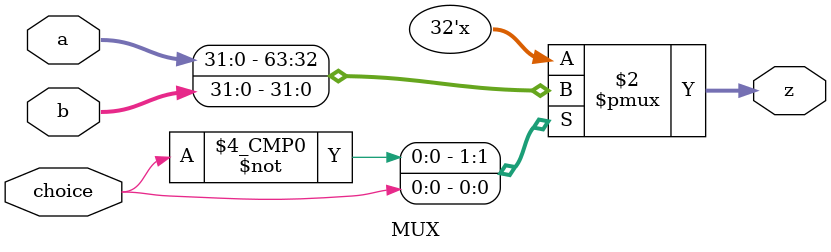
<source format=v>
`timescale 1ns / 1ps

//32位选择器
module MUX(
    input [31 : 0] a,
	input [31 : 0] b,
	input choice,
	output reg [31 : 0] z
    );
	always @ (*) begin
	    case (choice)
		    1'b0: z <= a;
			1'b1: z <= b;
		endcase
	end
endmodule

</source>
